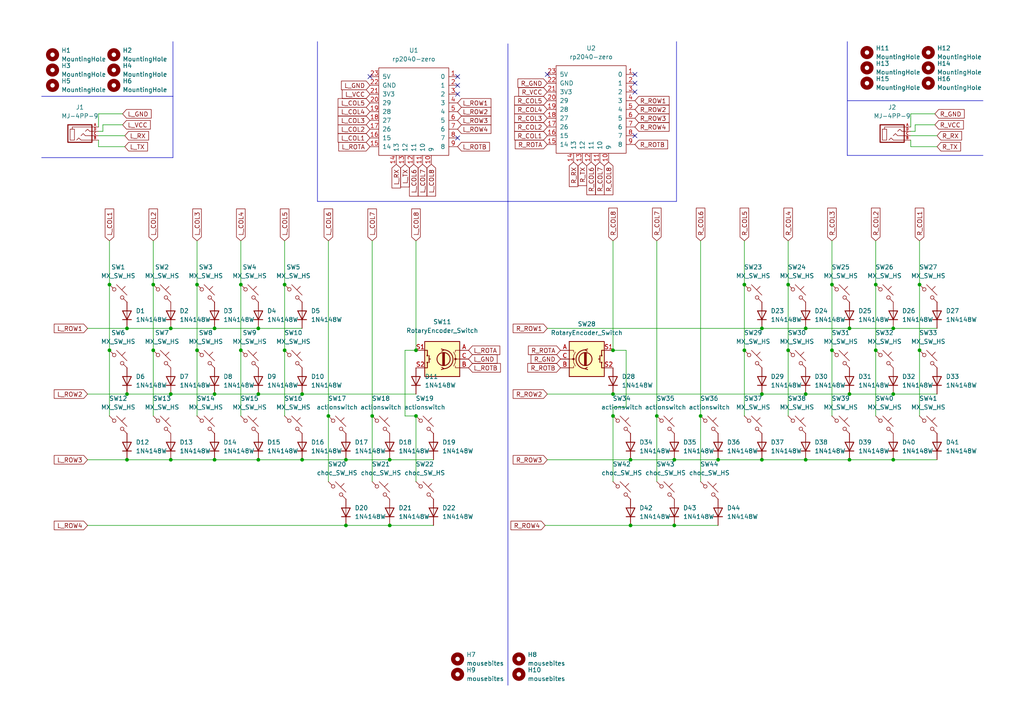
<source format=kicad_sch>
(kicad_sch (version 20230121) (generator eeschema)
  (paper "A4")
  (lib_symbols
    (symbol "Device:RotaryEncoder_Switch" (pin_names (offset 0.254) hide)
      (property "Reference" "SW" (at 0 6.604 0))
      (property "Value" "RotaryEncoder_Switch" (at 0 -6.604 0))
      (symbol "RotaryEncoder_Switch_1_1"
        (pin passive line (at -7.62 2.54 0) (length 2.54) (name "A") (number "A"))
        (pin passive line (at -7.62 -2.54 0) (length 2.54) (name "B") (number "B"))
        (pin passive line (at -7.62 0 0) (length 2.54) (name "C") (number "C"))
        (pin passive line (at 7.62 2.54 180) (length 2.54) (name "S1") (number "S1"))
        (pin passive line (at 7.62 -2.54 180) (length 2.54) (name "S2") (number "S2"))
      )
    )
    (symbol "Diode:1N4148W" (pin_numbers hide) (pin_names (offset 1.016) hide)
      (property "Reference" "D" (at 0 2.54 0))
      (property "Value" "1N4148W" (at 0 -2.54 0))
      (symbol "1N4148W_1_1"
        (pin passive line (at -3.81 0 0) (length 2.54) (name "K") (number "1"))
        (pin passive line (at 3.81 0 180) (length 2.54) (name "A") (number "2"))
      )
    )
    (symbol "Mechanical:MountingHole" (pin_names (offset 1.016))
      (property "Reference" "H" (at 0 5.08 0))
      (property "Value" "MountingHole" (at 0 3.175 0))
    )
    (symbol "sepp:MJ-4PP-9" (pin_names (offset 1.016))
      (property "Reference" "J" (at 0 3.81 0))
      (property "Value" "MJ-4PP-9" (at 0 -3.81 0))
      (symbol "MJ-4PP-9_1_1"
        (pin input line (at 5.08 1.905 180) (length 2.0066) (name "~") (number "A"))
        (pin input line (at 5.08 -1.905 180) (length 2.0066) (name "~") (number "B"))
        (pin input line (at 5.08 -0.635 180) (length 2.0066) (name "~") (number "C"))
        (pin input line (at 5.08 0.635 180) (length 2.0066) (name "~") (number "D"))
      )
    )
    (symbol "sepp:MX_SW_HS" (pin_numbers hide) (pin_names (offset 1.016) hide)
      (property "Reference" "SW" (at 3.048 1.016 0))
      (property "Value" "MX_SW_HS" (at 0 -3.81 0))
      (symbol "MX_SW_HS_0_1"
        (pin passive line (at -2.54 2.54 0) (length 0) (name "1") (number "1"))
        (pin passive line (at 2.54 -2.54 180) (length 0) (name "2") (number "2"))
      )
    )
    (symbol "sepp:actionswitch" (pin_numbers hide) (pin_names (offset 1.016) hide)
      (property "Reference" "SW" (at 3.048 1.016 0))
      (property "Value" "actionswitch" (at 0 -3.81 0))
      (symbol "actionswitch_0_1"
        (pin passive line (at -2.54 2.54 0) (length 0) (name "1") (number "1"))
        (pin passive line (at 2.54 -2.54 180) (length 0) (name "2") (number "2"))
      )
    )
    (symbol "sepp:choc_SW_HS" (pin_numbers hide) (pin_names (offset 1.016) hide)
      (property "Reference" "SW" (at 3.048 1.016 0))
      (property "Value" "choc_SW_HS" (at 0 -3.81 0))
      (symbol "choc_SW_HS_0_1"
        (pin passive line (at -2.54 2.54 0) (length 0) (name "1") (number "1"))
        (pin passive line (at 2.54 -2.54 180) (length 0) (name "2") (number "2"))
      )
    )
    (symbol "sepp:mousebites" (pin_names (offset 1.016))
      (property "Reference" "H" (at 0 5.08 0))
      (property "Value" "mousebites" (at 0 3.175 0))
    )
    (symbol "sepp:rp2040-zero" (pin_names (offset 1.016))
      (property "Reference" "U" (at 0 15.24 0))
      (property "Value" "rp2040-zero" (at 0 12.7 0))
      (symbol "rp2040-zero_1_1"
        (pin bidirectional line (at 12.7 8.89 180) (length 2.54) (name "0") (number "1"))
        (pin bidirectional line (at 5.08 -16.51 90) (length 2.54) (name "9") (number "10"))
        (pin bidirectional line (at 2.54 -16.51 90) (length 2.54) (name "10") (number "11"))
        (pin bidirectional line (at 0 -16.51 90) (length 2.54) (name "11") (number "12"))
        (pin bidirectional line (at -2.54 -16.51 90) (length 2.54) (name "12") (number "13"))
        (pin bidirectional line (at -5.08 -16.51 90) (length 2.54) (name "13") (number "14"))
        (pin bidirectional line (at -12.7 -11.43 0) (length 2.54) (name "14") (number "15"))
        (pin bidirectional line (at -12.7 -8.89 0) (length 2.54) (name "15") (number "16"))
        (pin bidirectional line (at -12.7 -6.35 0) (length 2.54) (name "26") (number "17"))
        (pin bidirectional line (at -12.7 -3.81 0) (length 2.54) (name "27") (number "18"))
        (pin bidirectional line (at -12.7 -1.27 0) (length 2.54) (name "28") (number "19"))
        (pin bidirectional line (at 12.7 6.35 180) (length 2.54) (name "1") (number "2"))
        (pin bidirectional line (at -12.7 1.27 0) (length 2.54) (name "29") (number "20"))
        (pin power_out line (at -12.7 3.81 0) (length 2.54) (name "3V3") (number "21"))
        (pin power_out line (at -12.7 6.35 0) (length 2.54) (name "GND") (number "22"))
        (pin power_out line (at -12.7 8.89 0) (length 2.54) (name "5V") (number "23"))
        (pin bidirectional line (at 12.7 3.81 180) (length 2.54) (name "2") (number "3"))
        (pin bidirectional line (at 12.7 1.27 180) (length 2.54) (name "3") (number "4"))
        (pin bidirectional line (at 12.7 -1.27 180) (length 2.54) (name "4") (number "5"))
        (pin bidirectional line (at 12.7 -3.81 180) (length 2.54) (name "5") (number "6"))
        (pin bidirectional line (at 12.7 -6.35 180) (length 2.54) (name "6") (number "7"))
        (pin bidirectional line (at 12.7 -8.89 180) (length 2.54) (name "7") (number "8"))
        (pin bidirectional line (at 12.7 -11.43 180) (length 2.54) (name "8") (number "9"))
      )
    )
  )
  (junction (at 228.6 82.55))
  (junction (at 69.85 82.55))
  (junction (at 44.45 82.55))
  (junction (at 62.23 114.3))
  (junction (at 190.5 120.65))
  (junction (at 44.45 101.6))
  (junction (at 49.53 133.35))
  (junction (at 182.88 152.4))
  (junction (at 113.03 133.35))
  (junction (at 246.38 114.3))
  (junction (at 177.8 114.3))
  (junction (at 120.65 120.65))
  (junction (at 246.38 95.25))
  (junction (at 95.25 120.65))
  (junction (at 82.55 82.55))
  (junction (at 49.53 114.3))
  (junction (at 259.08 114.3))
  (junction (at 31.75 82.55))
  (junction (at 182.88 133.35))
  (junction (at 203.2 120.65))
  (junction (at 62.23 95.25))
  (junction (at 36.83 95.25))
  (junction (at 233.68 114.3))
  (junction (at 74.93 133.35))
  (junction (at 195.58 133.35))
  (junction (at 259.08 95.25))
  (junction (at 113.03 152.4))
  (junction (at 62.23 133.35))
  (junction (at 31.75 101.6))
  (junction (at 254 101.6))
  (junction (at 233.68 133.35))
  (junction (at 220.98 114.3))
  (junction (at 228.6 101.6))
  (junction (at 100.33 152.4))
  (junction (at 69.85 101.6))
  (junction (at 100.33 133.35))
  (junction (at 74.93 95.25))
  (junction (at 177.8 101.6))
  (junction (at 208.28 133.35))
  (junction (at 220.98 133.35))
  (junction (at 120.65 101.6))
  (junction (at 87.63 133.35))
  (junction (at 87.63 114.3))
  (junction (at 259.08 133.35))
  (junction (at 57.15 82.55))
  (junction (at 49.53 95.25))
  (junction (at 233.68 95.25))
  (junction (at 215.9 101.6))
  (junction (at 220.98 95.25))
  (junction (at 74.93 114.3))
  (junction (at 215.9 82.55))
  (junction (at 246.38 133.35))
  (junction (at 36.83 114.3))
  (junction (at 241.3 82.55))
  (junction (at 241.3 101.6))
  (junction (at 57.15 101.6))
  (junction (at 36.83 133.35))
  (junction (at 266.7 82.55))
  (junction (at 107.95 120.65))
  (junction (at 254 82.55))
  (junction (at 266.7 101.6))
  (junction (at 195.58 152.4))
  (junction (at 82.55 101.6))
  (junction (at 177.8 120.65))
  (no_connect (at 184.15 26.67))
  (no_connect (at 107.315 22.225))
  (no_connect (at 184.15 24.13))
  (no_connect (at 184.15 21.59))
  (no_connect (at 184.15 39.37))
  (no_connect (at 158.75 21.59))
  (no_connect (at 132.715 40.005))
  (no_connect (at 132.715 24.765))
  (no_connect (at 132.715 27.305))
  (no_connect (at 132.715 22.225))
  (wire (pts (xy 107.95 120.65) (xy 107.95 139.7)))
  (wire (pts (xy 271.145 36.195) (xy 265.43 36.195)))
  (polyline (pts (xy 12.065 45.72) (xy 50.165 45.72)))
  (wire (pts (xy 28.575 39.37) (xy 36.195 39.37)))
  (wire (pts (xy 246.38 95.25) (xy 259.08 95.25)))
  (wire (pts (xy 266.7 82.55) (xy 266.7 101.6)))
  (wire (pts (xy 158.75 114.3) (xy 177.8 114.3)))
  (wire (pts (xy 266.7 101.6) (xy 266.7 120.65)))
  (polyline (pts (xy 92.075 58.42) (xy 147.32 58.42)))
  (wire (pts (xy 158.115 152.4) (xy 182.88 152.4)))
  (wire (pts (xy 246.38 133.35) (xy 259.08 133.35)))
  (wire (pts (xy 82.55 101.6) (xy 82.55 120.65)))
  (wire (pts (xy 265.43 38.1) (xy 264.16 38.1)))
  (wire (pts (xy 182.88 152.4) (xy 195.58 152.4)))
  (wire (pts (xy 264.16 33.02) (xy 264.16 36.83)))
  (wire (pts (xy 158.75 133.35) (xy 182.88 133.35)))
  (wire (pts (xy 241.3 82.55) (xy 241.3 101.6)))
  (wire (pts (xy 120.65 120.65) (xy 120.65 139.7)))
  (wire (pts (xy 233.68 114.3) (xy 246.38 114.3)))
  (wire (pts (xy 29.845 36.195) (xy 29.845 38.1)))
  (wire (pts (xy 241.3 101.6) (xy 241.3 120.65)))
  (wire (pts (xy 228.6 82.55) (xy 228.6 101.6)))
  (wire (pts (xy 74.93 133.35) (xy 87.63 133.35)))
  (wire (pts (xy 49.53 133.35) (xy 62.23 133.35)))
  (polyline (pts (xy 147.32 12.7) (xy 147.32 198.755)))
  (wire (pts (xy 74.93 114.3) (xy 87.63 114.3)))
  (wire (pts (xy 113.03 152.4) (xy 125.73 152.4)))
  (polyline (pts (xy 245.745 29.21) (xy 285.115 29.21)))
  (wire (pts (xy 36.83 95.25) (xy 49.53 95.25)))
  (wire (pts (xy 62.23 95.25) (xy 74.93 95.25)))
  (wire (pts (xy 29.845 38.1) (xy 28.575 38.1)))
  (wire (pts (xy 69.85 69.85) (xy 69.85 82.55)))
  (wire (pts (xy 44.45 69.85) (xy 44.45 82.55)))
  (wire (pts (xy 120.65 69.85) (xy 120.65 101.6)))
  (wire (pts (xy 35.56 36.195) (xy 29.845 36.195)))
  (polyline (pts (xy 12.065 27.94) (xy 50.165 27.94)))
  (wire (pts (xy 215.9 101.6) (xy 215.9 120.65)))
  (wire (pts (xy 49.53 114.3) (xy 62.23 114.3)))
  (wire (pts (xy 35.56 33.02) (xy 28.575 33.02)))
  (wire (pts (xy 107.95 69.85) (xy 107.95 120.65)))
  (wire (pts (xy 113.03 133.35) (xy 125.73 133.35)))
  (wire (pts (xy 181.61 118.11) (xy 177.8 118.11)))
  (wire (pts (xy 177.8 101.6) (xy 181.61 101.6)))
  (wire (pts (xy 117.475 101.6) (xy 117.475 120.65)))
  (wire (pts (xy 36.83 133.35) (xy 49.53 133.35)))
  (wire (pts (xy 195.58 133.35) (xy 208.28 133.35)))
  (wire (pts (xy 233.68 133.35) (xy 246.38 133.35)))
  (wire (pts (xy 215.9 69.85) (xy 215.9 82.55)))
  (wire (pts (xy 28.575 33.02) (xy 28.575 36.83)))
  (wire (pts (xy 117.475 120.65) (xy 120.65 120.65)))
  (wire (pts (xy 25.4 152.4) (xy 100.33 152.4)))
  (polyline (pts (xy 50.165 27.94) (xy 50.165 45.72)))
  (wire (pts (xy 266.7 69.85) (xy 266.7 82.55)))
  (wire (pts (xy 182.88 133.35) (xy 195.58 133.35)))
  (wire (pts (xy 259.08 133.35) (xy 271.78 133.35)))
  (wire (pts (xy 190.5 120.65) (xy 190.5 139.7)))
  (wire (pts (xy 254 101.6) (xy 254 120.65)))
  (wire (pts (xy 57.15 82.55) (xy 57.15 101.6)))
  (wire (pts (xy 28.575 40.64) (xy 28.575 42.545)))
  (wire (pts (xy 177.8 114.3) (xy 220.98 114.3)))
  (wire (pts (xy 220.98 95.25) (xy 233.68 95.25)))
  (polyline (pts (xy 50.165 12.065) (xy 50.165 27.94)))
  (wire (pts (xy 190.5 69.85) (xy 190.5 120.65)))
  (wire (pts (xy 195.58 152.4) (xy 208.28 152.4)))
  (wire (pts (xy 69.85 82.55) (xy 69.85 101.6)))
  (wire (pts (xy 82.55 69.85) (xy 82.55 82.55)))
  (wire (pts (xy 203.2 120.65) (xy 203.2 139.7)))
  (wire (pts (xy 25.4 114.3) (xy 36.83 114.3)))
  (wire (pts (xy 220.98 114.3) (xy 233.68 114.3)))
  (wire (pts (xy 259.08 114.3) (xy 271.78 114.3)))
  (polyline (pts (xy 245.745 29.21) (xy 245.745 45.085)))
  (wire (pts (xy 44.45 101.6) (xy 44.45 120.65)))
  (wire (pts (xy 28.575 42.545) (xy 36.195 42.545)))
  (wire (pts (xy 57.15 101.6) (xy 57.15 120.65)))
  (wire (pts (xy 271.145 33.02) (xy 264.16 33.02)))
  (wire (pts (xy 177.8 120.65) (xy 177.8 139.7)))
  (wire (pts (xy 74.93 95.25) (xy 87.63 95.25)))
  (wire (pts (xy 177.8 69.85) (xy 177.8 101.6)))
  (wire (pts (xy 233.68 95.25) (xy 246.38 95.25)))
  (wire (pts (xy 228.6 101.6) (xy 228.6 120.65)))
  (wire (pts (xy 100.33 133.35) (xy 113.03 133.35)))
  (wire (pts (xy 120.65 101.6) (xy 117.475 101.6)))
  (wire (pts (xy 25.4 133.35) (xy 36.83 133.35)))
  (wire (pts (xy 25.4 95.25) (xy 36.83 95.25)))
  (wire (pts (xy 57.15 69.85) (xy 57.15 82.55)))
  (wire (pts (xy 241.3 69.85) (xy 241.3 82.55)))
  (wire (pts (xy 31.75 101.6) (xy 31.75 120.65)))
  (wire (pts (xy 264.16 40.64) (xy 264.16 42.545)))
  (wire (pts (xy 259.08 95.25) (xy 271.78 95.25)))
  (wire (pts (xy 87.63 114.3) (xy 120.65 114.3)))
  (wire (pts (xy 95.25 69.85) (xy 95.25 120.65)))
  (wire (pts (xy 228.6 69.85) (xy 228.6 82.55)))
  (wire (pts (xy 100.33 152.4) (xy 113.03 152.4)))
  (polyline (pts (xy 147.32 58.42) (xy 196.215 58.42)))
  (wire (pts (xy 246.38 114.3) (xy 259.08 114.3)))
  (polyline (pts (xy 196.215 12.065) (xy 196.215 58.42)))
  (wire (pts (xy 265.43 36.195) (xy 265.43 38.1)))
  (wire (pts (xy 87.63 133.35) (xy 100.33 133.35)))
  (wire (pts (xy 215.9 82.55) (xy 215.9 101.6)))
  (wire (pts (xy 177.8 118.11) (xy 177.8 120.65)))
  (wire (pts (xy 69.85 101.6) (xy 69.85 120.65)))
  (wire (pts (xy 49.53 95.25) (xy 62.23 95.25)))
  (wire (pts (xy 62.23 133.35) (xy 74.93 133.35)))
  (wire (pts (xy 203.2 69.85) (xy 203.2 120.65)))
  (wire (pts (xy 208.28 133.35) (xy 220.98 133.35)))
  (wire (pts (xy 181.61 101.6) (xy 181.61 118.11)))
  (wire (pts (xy 82.55 82.55) (xy 82.55 101.6)))
  (polyline (pts (xy 245.745 12.065) (xy 245.745 29.21)))
  (wire (pts (xy 158.75 95.25) (xy 220.98 95.25)))
  (wire (pts (xy 31.75 82.55) (xy 31.75 101.6)))
  (wire (pts (xy 254 82.55) (xy 254 101.6)))
  (wire (pts (xy 264.16 42.545) (xy 271.78 42.545)))
  (wire (pts (xy 36.83 114.3) (xy 49.53 114.3)))
  (wire (pts (xy 264.16 39.37) (xy 271.78 39.37)))
  (wire (pts (xy 62.23 114.3) (xy 74.93 114.3)))
  (polyline (pts (xy 245.745 45.085) (xy 285.115 45.085)))
  (wire (pts (xy 95.25 120.65) (xy 95.25 139.7)))
  (wire (pts (xy 254 69.85) (xy 254 82.55)))
  (polyline (pts (xy 92.075 12.065) (xy 92.075 58.42)))
  (wire (pts (xy 44.45 82.55) (xy 44.45 101.6)))
  (wire (pts (xy 220.98 133.35) (xy 233.68 133.35)))
  (wire (pts (xy 31.75 69.85) (xy 31.75 82.55)))
  (global_label "L_COL6" (shape input) (at 120.015 47.625 270) (property "Intersheetrefs" "${INTERSHEET_REFS}" (effects hide)))
  (global_label "R_ROTB" (shape input) (at 184.15 41.91 0) (property "Intersheetrefs" "${INTERSHEET_REFS}" (effects hide)))
  (global_label "R_VCC" (shape input) (at 158.75 26.67 180) (property "Intersheetrefs" "${INTERSHEET_REFS}" (effects hide)))
  (global_label "L_GND" (shape input) (at 135.89 104.14 0) (property "Intersheetrefs" "${INTERSHEET_REFS}" (effects hide)))
  (global_label "R_COL4" (shape input) (at 158.75 31.75 180) (property "Intersheetrefs" "${INTERSHEET_REFS}" (effects hide)))
  (global_label "L_VCC" (shape input) (at 107.315 27.305 180) (property "Intersheetrefs" "${INTERSHEET_REFS}" (effects hide)))
  (global_label "L_ROTB" (shape input) (at 132.715 42.545 0) (property "Intersheetrefs" "${INTERSHEET_REFS}" (effects hide)))
  (global_label "L_VCC" (shape input) (at 35.56 36.195 0) (property "Intersheetrefs" "${INTERSHEET_REFS}" (effects hide)))
  (global_label "L_COL4" (shape input) (at 69.85 69.85 90) (property "Intersheetrefs" "${INTERSHEET_REFS}" (effects hide)))
  (global_label "L_COL7" (shape input) (at 107.95 69.85 90) (property "Intersheetrefs" "${INTERSHEET_REFS}" (effects hide)))
  (global_label "L_TX" (shape input) (at 36.195 42.545 0) (property "Intersheetrefs" "${INTERSHEET_REFS}" (effects hide)))
  (global_label "R_COL4" (shape input) (at 228.6 69.85 90) (property "Intersheetrefs" "${INTERSHEET_REFS}" (effects hide)))
  (global_label "L_ROW1" (shape input) (at 132.715 29.845 0) (property "Intersheetrefs" "${INTERSHEET_REFS}" (effects hide)))
  (global_label "R_COL5" (shape input) (at 158.75 29.21 180) (property "Intersheetrefs" "${INTERSHEET_REFS}" (effects hide)))
  (global_label "R_COL3" (shape input) (at 158.75 34.29 180) (property "Intersheetrefs" "${INTERSHEET_REFS}" (effects hide)))
  (global_label "R_COL8" (shape input) (at 177.8 69.85 90) (property "Intersheetrefs" "${INTERSHEET_REFS}" (effects hide)))
  (global_label "R_COL3" (shape input) (at 241.3 69.85 90) (property "Intersheetrefs" "${INTERSHEET_REFS}" (effects hide)))
  (global_label "R_ROW1" (shape input) (at 158.75 95.25 180) (property "Intersheetrefs" "${INTERSHEET_REFS}" (effects hide)))
  (global_label "L_ROW4" (shape input) (at 25.4 152.4 180) (property "Intersheetrefs" "${INTERSHEET_REFS}" (effects hide)))
  (global_label "L_ROW3" (shape input) (at 25.4 133.35 180) (property "Intersheetrefs" "${INTERSHEET_REFS}" (effects hide)))
  (global_label "L_COL8" (shape input) (at 120.65 69.85 90) (property "Intersheetrefs" "${INTERSHEET_REFS}" (effects hide)))
  (global_label "L_COL2" (shape input) (at 44.45 69.85 90) (property "Intersheetrefs" "${INTERSHEET_REFS}" (effects hide)))
  (global_label "L_ROW2" (shape input) (at 25.4 114.3 180) (property "Intersheetrefs" "${INTERSHEET_REFS}" (effects hide)))
  (global_label "L_TX" (shape input) (at 117.475 47.625 270) (property "Intersheetrefs" "${INTERSHEET_REFS}" (effects hide)))
  (global_label "L_COL3" (shape input) (at 107.315 34.925 180) (property "Intersheetrefs" "${INTERSHEET_REFS}" (effects hide)))
  (global_label "L_COL2" (shape input) (at 107.315 37.465 180) (property "Intersheetrefs" "${INTERSHEET_REFS}" (effects hide)))
  (global_label "L_COL1" (shape input) (at 31.75 69.85 90) (property "Intersheetrefs" "${INTERSHEET_REFS}" (effects hide)))
  (global_label "L_COL8" (shape input) (at 125.095 47.625 270) (property "Intersheetrefs" "${INTERSHEET_REFS}" (effects hide)))
  (global_label "L_ROW1" (shape input) (at 25.4 95.25 180) (property "Intersheetrefs" "${INTERSHEET_REFS}" (effects hide)))
  (global_label "L_ROTA" (shape input) (at 135.89 101.6 0) (property "Intersheetrefs" "${INTERSHEET_REFS}" (effects hide)))
  (global_label "R_COL7" (shape input) (at 190.5 69.85 90) (property "Intersheetrefs" "${INTERSHEET_REFS}" (effects hide)))
  (global_label "L_RX" (shape input) (at 36.195 39.37 0) (property "Intersheetrefs" "${INTERSHEET_REFS}" (effects hide)))
  (global_label "R_COL2" (shape input) (at 254 69.85 90) (property "Intersheetrefs" "${INTERSHEET_REFS}" (effects hide)))
  (global_label "R_ROW2" (shape input) (at 184.15 31.75 0) (property "Intersheetrefs" "${INTERSHEET_REFS}" (effects hide)))
  (global_label "L_ROTB" (shape input) (at 135.89 106.68 0) (property "Intersheetrefs" "${INTERSHEET_REFS}" (effects hide)))
  (global_label "R_COL7" (shape input) (at 173.99 46.99 270) (property "Intersheetrefs" "${INTERSHEET_REFS}" (effects hide)))
  (global_label "R_COL5" (shape input) (at 215.9 69.85 90) (property "Intersheetrefs" "${INTERSHEET_REFS}" (effects hide)))
  (global_label "L_GND" (shape input) (at 107.315 24.765 180) (property "Intersheetrefs" "${INTERSHEET_REFS}" (effects hide)))
  (global_label "L_ROW3" (shape input) (at 132.715 34.925 0) (property "Intersheetrefs" "${INTERSHEET_REFS}" (effects hide)))
  (global_label "R_ROW3" (shape input) (at 184.15 34.29 0) (property "Intersheetrefs" "${INTERSHEET_REFS}" (effects hide)))
  (global_label "R_RX" (shape input) (at 166.37 46.99 270) (property "Intersheetrefs" "${INTERSHEET_REFS}" (effects hide)))
  (global_label "R_ROW2" (shape input) (at 158.75 114.3 180) (property "Intersheetrefs" "${INTERSHEET_REFS}" (effects hide)))
  (global_label "R_TX" (shape input) (at 271.78 42.545 0) (property "Intersheetrefs" "${INTERSHEET_REFS}" (effects hide)))
  (global_label "R_GND" (shape input) (at 158.75 24.13 180) (property "Intersheetrefs" "${INTERSHEET_REFS}" (effects hide)))
  (global_label "R_ROW4" (shape input) (at 158.115 152.4 180) (property "Intersheetrefs" "${INTERSHEET_REFS}" (effects hide)))
  (global_label "R_COL2" (shape input) (at 158.75 36.83 180) (property "Intersheetrefs" "${INTERSHEET_REFS}" (effects hide)))
  (global_label "L_COL6" (shape input) (at 95.25 69.85 90) (property "Intersheetrefs" "${INTERSHEET_REFS}" (effects hide)))
  (global_label "R_ROTA" (shape input) (at 162.56 101.6 180) (property "Intersheetrefs" "${INTERSHEET_REFS}" (effects hide)))
  (global_label "R_TX" (shape input) (at 168.91 46.99 270) (property "Intersheetrefs" "${INTERSHEET_REFS}" (effects hide)))
  (global_label "L_COL3" (shape input) (at 57.15 69.85 90) (property "Intersheetrefs" "${INTERSHEET_REFS}" (effects hide)))
  (global_label "R_ROTB" (shape input) (at 162.56 106.68 180) (property "Intersheetrefs" "${INTERSHEET_REFS}" (effects hide)))
  (global_label "L_GND" (shape input) (at 35.56 33.02 0) (property "Intersheetrefs" "${INTERSHEET_REFS}" (effects hide)))
  (global_label "R_GND" (shape input) (at 271.145 33.02 0) (property "Intersheetrefs" "${INTERSHEET_REFS}" (effects hide)))
  (global_label "L_ROW2" (shape input) (at 132.715 32.385 0) (property "Intersheetrefs" "${INTERSHEET_REFS}" (effects hide)))
  (global_label "R_ROW3" (shape input) (at 158.75 133.35 180) (property "Intersheetrefs" "${INTERSHEET_REFS}" (effects hide)))
  (global_label "R_ROW4" (shape input) (at 184.15 36.83 0) (property "Intersheetrefs" "${INTERSHEET_REFS}" (effects hide)))
  (global_label "R_COL1" (shape input) (at 158.75 39.37 180) (property "Intersheetrefs" "${INTERSHEET_REFS}" (effects hide)))
  (global_label "L_COL7" (shape input) (at 122.555 47.625 270) (property "Intersheetrefs" "${INTERSHEET_REFS}" (effects hide)))
  (global_label "L_ROW4" (shape input) (at 132.715 37.465 0) (property "Intersheetrefs" "${INTERSHEET_REFS}" (effects hide)))
  (global_label "R_RX" (shape input) (at 271.78 39.37 0) (property "Intersheetrefs" "${INTERSHEET_REFS}" (effects hide)))
  (global_label "R_GND" (shape input) (at 162.56 104.14 180) (property "Intersheetrefs" "${INTERSHEET_REFS}" (effects hide)))
  (global_label "R_COL6" (shape input) (at 203.2 69.85 90) (property "Intersheetrefs" "${INTERSHEET_REFS}" (effects hide)))
  (global_label "L_COL5" (shape input) (at 82.55 69.85 90) (property "Intersheetrefs" "${INTERSHEET_REFS}" (effects hide)))
  (global_label "L_COL5" (shape input) (at 107.315 29.845 180) (property "Intersheetrefs" "${INTERSHEET_REFS}" (effects hide)))
  (global_label "R_ROW1" (shape input) (at 184.15 29.21 0) (property "Intersheetrefs" "${INTERSHEET_REFS}" (effects hide)))
  (global_label "L_RX" (shape input) (at 114.935 47.625 270) (property "Intersheetrefs" "${INTERSHEET_REFS}" (effects hide)))
  (global_label "R_COL6" (shape input) (at 171.45 46.99 270) (property "Intersheetrefs" "${INTERSHEET_REFS}" (effects hide)))
  (global_label "R_COL8" (shape input) (at 176.53 46.99 270) (property "Intersheetrefs" "${INTERSHEET_REFS}" (effects hide)))
  (global_label "L_COL1" (shape input) (at 107.315 40.005 180) (property "Intersheetrefs" "${INTERSHEET_REFS}" (effects hide)))
  (global_label "L_ROTA" (shape input) (at 107.315 42.545 180) (property "Intersheetrefs" "${INTERSHEET_REFS}" (effects hide)))
  (global_label "R_VCC" (shape input) (at 271.145 36.195 0) (property "Intersheetrefs" "${INTERSHEET_REFS}" (effects hide)))
  (global_label "L_COL4" (shape input) (at 107.315 32.385 180) (property "Intersheetrefs" "${INTERSHEET_REFS}" (effects hide)))
  (global_label "R_ROTA" (shape input) (at 158.75 41.91 180) (property "Intersheetrefs" "${INTERSHEET_REFS}" (effects hide)))
  (global_label "R_COL1" (shape input) (at 266.7 69.85 90) (property "Intersheetrefs" "${INTERSHEET_REFS}" (effects hide)))
  (symbol (lib_id "Diode:1N4148W") (at 87.63 110.49 90) (unit 1)
    (property "Reference" "D10" (at 90.17 109.2199 90) (effects (justify right)))
    (property "Value" "1N4148W" (at 90.17 111.7599 90) (effects (justify right)))
    (property "Footprint" "sepp:D_SOD-123" (effects hide))
    (property "Datasheet" "https://www.vishay.com/docs/85748/1n4148w.pdf" (effects hide))
  )
  (symbol (lib_id "sepp:rp2040-zero") (at 120.015 31.115 0) (unit 1)
    (property "Reference" "U1" (at 120.015 14.605 0))
    (property "Value" "rp2040-zero" (at 120.015 17.145 0))
    (property "Footprint" "sepp:rp2040-zero-tht" (effects hide))
  )
  (symbol (lib_id "sepp:MX_SW_HS") (at 46.99 123.19 0) (unit 1)
    (property "Reference" "SW13" (at 46.99 115.57 0))
    (property "Value" "MX_SW_HS" (at 46.99 118.11 0))
    (property "Footprint" "sepp:SW_MX_HS_1u" (effects hide))
  )
  (symbol (lib_id "Diode:1N4148W") (at 49.53 91.44 90) (unit 1)
    (property "Reference" "D2" (at 52.07 90.1699 90) (effects (justify right)))
    (property "Value" "1N4148W" (at 52.07 92.7099 90) (effects (justify right)))
    (property "Footprint" "sepp:D_SOD-123" (effects hide))
    (property "Datasheet" "https://www.vishay.com/docs/85748/1n4148w.pdf" (effects hide))
  )
  (symbol (lib_id "sepp:MX_SW_HS") (at 256.54 123.19 0) (unit 1)
    (property "Reference" "SW40" (at 256.54 115.57 0))
    (property "Value" "MX_SW_HS" (at 256.54 118.11 0))
    (property "Footprint" "sepp:SW_MX_HS_1u" (effects hide))
  )
  (symbol (lib_id "Device:RotaryEncoder_Switch") (at 128.27 104.14 0) (mirror y) (unit 1)
    (property "Reference" "SW11" (at 128.27 93.345 0))
    (property "Value" "RotaryEncoder_Switch" (at 128.27 95.885 0))
    (property "Footprint" "sepp:RotaryEncoder_EC11" (effects hide))
  )
  (symbol (lib_id "sepp:choc_SW_HS") (at 110.49 142.24 0) (unit 1)
    (property "Reference" "SW21" (at 110.49 134.62 0))
    (property "Value" "choc_SW_HS" (at 110.49 137.16 0))
    (property "Footprint" "sepp:SW_choc_HS_1u" (effects hide))
  )
  (symbol (lib_id "Diode:1N4148W") (at 36.83 129.54 90) (unit 1)
    (property "Reference" "D12" (at 39.37 128.2699 90) (effects (justify right)))
    (property "Value" "1N4148W" (at 39.37 130.8099 90) (effects (justify right)))
    (property "Footprint" "sepp:D_SOD-123" (effects hide))
    (property "Datasheet" "https://www.vishay.com/docs/85748/1n4148w.pdf" (effects hide))
  )
  (symbol (lib_id "Diode:1N4148W") (at 87.63 129.54 90) (unit 1)
    (property "Reference" "D16" (at 90.17 128.2699 90) (effects (justify right)))
    (property "Value" "1N4148W" (at 90.17 130.8099 90) (effects (justify right)))
    (property "Footprint" "sepp:D_SOD-123" (effects hide))
    (property "Datasheet" "https://www.vishay.com/docs/85748/1n4148w.pdf" (effects hide))
  )
  (symbol (lib_id "Mechanical:MountingHole") (at 15.24 15.875 0) (unit 1)
    (property "Reference" "H1" (at 17.78 14.6049 0) (effects (justify left)))
    (property "Value" "MountingHole" (at 17.78 17.1449 0) (effects (justify left)))
    (property "Footprint" "MountingHole:MountingHole_2.2mm_M2" (effects hide))
  )
  (symbol (lib_id "Diode:1N4148W") (at 113.03 148.59 90) (unit 1)
    (property "Reference" "D21" (at 115.57 147.3199 90) (effects (justify right)))
    (property "Value" "1N4148W" (at 115.57 149.8599 90) (effects (justify right)))
    (property "Footprint" "sepp:D_SOD-123" (effects hide))
    (property "Datasheet" "https://www.vishay.com/docs/85748/1n4148w.pdf" (effects hide))
  )
  (symbol (lib_id "Diode:1N4148W") (at 220.98 91.44 90) (unit 1)
    (property "Reference" "D23" (at 223.52 90.1699 90) (effects (justify right)))
    (property "Value" "1N4148W" (at 223.52 92.7099 90) (effects (justify right)))
    (property "Footprint" "sepp:D_SOD-123" (effects hide))
    (property "Datasheet" "https://www.vishay.com/docs/85748/1n4148w.pdf" (effects hide))
  )
  (symbol (lib_id "sepp:actionswitch") (at 110.49 123.19 0) (unit 1)
    (property "Reference" "SW18" (at 110.49 115.57 0))
    (property "Value" "actionswitch" (at 110.49 118.11 0))
    (property "Footprint" "sepp:actionswitch" (effects hide))
  )
  (symbol (lib_id "Diode:1N4148W") (at 195.58 129.54 90) (unit 1)
    (property "Reference" "D35" (at 198.12 128.2699 90) (effects (justify right)))
    (property "Value" "1N4148W" (at 198.12 130.8099 90) (effects (justify right)))
    (property "Footprint" "sepp:D_SOD-123" (effects hide))
    (property "Datasheet" "https://www.vishay.com/docs/85748/1n4148w.pdf" (effects hide))
  )
  (symbol (lib_id "Diode:1N4148W") (at 49.53 129.54 90) (unit 1)
    (property "Reference" "D13" (at 52.07 128.2699 90) (effects (justify right)))
    (property "Value" "1N4148W" (at 52.07 130.8099 90) (effects (justify right)))
    (property "Footprint" "sepp:D_SOD-123" (effects hide))
    (property "Datasheet" "https://www.vishay.com/docs/85748/1n4148w.pdf" (effects hide))
  )
  (symbol (lib_id "Diode:1N4148W") (at 182.88 148.59 90) (unit 1)
    (property "Reference" "D42" (at 185.42 147.3199 90) (effects (justify right)))
    (property "Value" "1N4148W" (at 185.42 149.8599 90) (effects (justify right)))
    (property "Footprint" "sepp:D_SOD-123" (effects hide))
    (property "Datasheet" "https://www.vishay.com/docs/85748/1n4148w.pdf" (effects hide))
  )
  (symbol (lib_id "Diode:1N4148W") (at 220.98 129.54 90) (unit 1)
    (property "Reference" "D37" (at 223.52 128.2699 90) (effects (justify right)))
    (property "Value" "1N4148W" (at 223.52 130.8099 90) (effects (justify right)))
    (property "Footprint" "sepp:D_SOD-123" (effects hide))
    (property "Datasheet" "https://www.vishay.com/docs/85748/1n4148w.pdf" (effects hide))
  )
  (symbol (lib_id "sepp:MX_SW_HS") (at 243.84 85.09 0) (unit 1)
    (property "Reference" "SW25" (at 243.84 77.47 0))
    (property "Value" "MX_SW_HS" (at 243.84 80.01 0))
    (property "Footprint" "sepp:SW_MX_HS_1u" (effects hide))
  )
  (symbol (lib_id "Diode:1N4148W") (at 259.08 91.44 90) (unit 1)
    (property "Reference" "D26" (at 261.62 90.1699 90) (effects (justify right)))
    (property "Value" "1N4148W" (at 261.62 92.7099 90) (effects (justify right)))
    (property "Footprint" "sepp:D_SOD-123" (effects hide))
    (property "Datasheet" "https://www.vishay.com/docs/85748/1n4148w.pdf" (effects hide))
  )
  (symbol (lib_id "sepp:MX_SW_HS") (at 231.14 85.09 0) (unit 1)
    (property "Reference" "SW24" (at 231.14 77.47 0))
    (property "Value" "MX_SW_HS" (at 231.14 80.01 0))
    (property "Footprint" "sepp:SW_MX_HS_1u" (effects hide))
  )
  (symbol (lib_id "Diode:1N4148W") (at 49.53 110.49 90) (unit 1)
    (property "Reference" "D7" (at 52.07 109.2199 90) (effects (justify right)))
    (property "Value" "1N4148W" (at 52.07 111.7599 90) (effects (justify right)))
    (property "Footprint" "sepp:D_SOD-123" (effects hide))
    (property "Datasheet" "https://www.vishay.com/docs/85748/1n4148w.pdf" (effects hide))
  )
  (symbol (lib_id "Diode:1N4148W") (at 62.23 110.49 90) (unit 1)
    (property "Reference" "D8" (at 64.77 109.2199 90) (effects (justify right)))
    (property "Value" "1N4148W" (at 64.77 111.7599 90) (effects (justify right)))
    (property "Footprint" "sepp:D_SOD-123" (effects hide))
    (property "Datasheet" "https://www.vishay.com/docs/85748/1n4148w.pdf" (effects hide))
  )
  (symbol (lib_id "Diode:1N4148W") (at 125.73 129.54 90) (unit 1)
    (property "Reference" "D19" (at 128.27 128.2699 90) (effects (justify right)))
    (property "Value" "1N4148W" (at 128.27 130.8099 90) (effects (justify right)))
    (property "Footprint" "sepp:D_SOD-123" (effects hide))
    (property "Datasheet" "https://www.vishay.com/docs/85748/1n4148w.pdf" (effects hide))
  )
  (symbol (lib_id "sepp:MX_SW_HS") (at 46.99 104.14 0) (unit 1)
    (property "Reference" "SW7" (at 46.99 96.52 0))
    (property "Value" "MX_SW_HS" (at 46.99 99.06 0))
    (property "Footprint" "sepp:SW_MX_HS_1u" (effects hide))
  )
  (symbol (lib_id "sepp:MX_SW_HS") (at 218.44 85.09 0) (unit 1)
    (property "Reference" "SW23" (at 218.44 77.47 0))
    (property "Value" "MX_SW_HS" (at 218.44 80.01 0))
    (property "Footprint" "sepp:SW_MX_HS_1u" (effects hide))
  )
  (symbol (lib_id "sepp:MX_SW_HS") (at 269.24 85.09 0) (unit 1)
    (property "Reference" "SW27" (at 269.24 77.47 0))
    (property "Value" "MX_SW_HS" (at 269.24 80.01 0))
    (property "Footprint" "sepp:SW_MX_HS_1u" (effects hide))
  )
  (symbol (lib_id "Diode:1N4148W") (at 208.28 148.59 90) (unit 1)
    (property "Reference" "D44" (at 210.82 147.3199 90) (effects (justify right)))
    (property "Value" "1N4148W" (at 210.82 149.8599 90) (effects (justify right)))
    (property "Footprint" "sepp:D_SOD-123" (effects hide))
    (property "Datasheet" "https://www.vishay.com/docs/85748/1n4148w.pdf" (effects hide))
  )
  (symbol (lib_id "sepp:choc_SW_HS") (at 180.34 142.24 0) (unit 1)
    (property "Reference" "SW42" (at 180.34 134.62 0))
    (property "Value" "choc_SW_HS" (at 180.34 137.16 0))
    (property "Footprint" "sepp:SW_choc_HS_1u" (effects hide))
  )
  (symbol (lib_id "sepp:MX_SW_HS") (at 34.29 123.19 0) (unit 1)
    (property "Reference" "SW12" (at 34.29 115.57 0))
    (property "Value" "MX_SW_HS" (at 34.29 118.11 0))
    (property "Footprint" "sepp:SW_MX_HS_1u" (effects hide))
  )
  (symbol (lib_id "sepp:MX_SW_HS") (at 72.39 104.14 0) (unit 1)
    (property "Reference" "SW9" (at 72.39 96.52 0))
    (property "Value" "MX_SW_HS" (at 72.39 99.06 0))
    (property "Footprint" "sepp:SW_MX_HS_1u" (effects hide))
  )
  (symbol (lib_id "sepp:actionswitch") (at 97.79 123.19 0) (unit 1)
    (property "Reference" "SW17" (at 97.79 115.57 0))
    (property "Value" "actionswitch" (at 97.79 118.11 0))
    (property "Footprint" "sepp:actionswitch" (effects hide))
  )
  (symbol (lib_id "sepp:MX_SW_HS") (at 85.09 123.19 0) (unit 1)
    (property "Reference" "SW16" (at 85.09 115.57 0))
    (property "Value" "MX_SW_HS" (at 85.09 118.11 0))
    (property "Footprint" "sepp:SW_MX_HS_1u" (effects hide))
  )
  (symbol (lib_id "Diode:1N4148W") (at 62.23 91.44 90) (unit 1)
    (property "Reference" "D3" (at 64.77 90.1699 90) (effects (justify right)))
    (property "Value" "1N4148W" (at 64.77 92.7099 90) (effects (justify right)))
    (property "Footprint" "sepp:D_SOD-123" (effects hide))
    (property "Datasheet" "https://www.vishay.com/docs/85748/1n4148w.pdf" (effects hide))
  )
  (symbol (lib_id "Diode:1N4148W") (at 120.65 110.49 90) (unit 1)
    (property "Reference" "D11" (at 123.19 109.2199 90) (effects (justify right)))
    (property "Value" "1N4148W" (at 123.19 111.7599 90) (effects (justify right)))
    (property "Footprint" "sepp:D_SOD-123" (effects hide))
    (property "Datasheet" "https://www.vishay.com/docs/85748/1n4148w.pdf" (effects hide))
  )
  (symbol (lib_id "Mechanical:MountingHole") (at 251.46 15.24 0) (unit 1)
    (property "Reference" "H11" (at 254 13.9699 0) (effects (justify left)))
    (property "Value" "MountingHole" (at 254 16.5099 0) (effects (justify left)))
    (property "Footprint" "MountingHole:MountingHole_2.2mm_M2" (effects hide))
  )
  (symbol (lib_id "Mechanical:MountingHole") (at 269.24 15.24 0) (unit 1)
    (property "Reference" "H12" (at 271.78 13.9699 0) (effects (justify left)))
    (property "Value" "MountingHole" (at 271.78 16.5099 0) (effects (justify left)))
    (property "Footprint" "MountingHole:MountingHole_2.2mm_M2" (effects hide))
  )
  (symbol (lib_id "sepp:MX_SW_HS") (at 218.44 123.19 0) (unit 1)
    (property "Reference" "SW37" (at 218.44 115.57 0))
    (property "Value" "MX_SW_HS" (at 218.44 118.11 0))
    (property "Footprint" "sepp:SW_MX_HS_1u" (effects hide))
  )
  (symbol (lib_id "sepp:mousebites") (at 132.715 195.58 0) (unit 1)
    (property "Reference" "H9" (at 135.255 194.3099 0) (effects (justify left)))
    (property "Value" "mousebites" (at 135.255 196.8499 0) (effects (justify left)))
    (property "Footprint" "sepp:breakaway-mousebites" (effects hide))
  )
  (symbol (lib_id "sepp:MX_SW_HS") (at 269.24 104.14 0) (unit 1)
    (property "Reference" "SW33" (at 269.24 96.52 0))
    (property "Value" "MX_SW_HS" (at 269.24 99.06 0))
    (property "Footprint" "sepp:SW_MX_HS_1u" (effects hide))
  )
  (symbol (lib_id "Diode:1N4148W") (at 36.83 91.44 90) (unit 1)
    (property "Reference" "D1" (at 39.37 90.1699 90) (effects (justify right)))
    (property "Value" "1N4148W" (at 39.37 92.7099 90) (effects (justify right)))
    (property "Footprint" "sepp:D_SOD-123" (effects hide))
    (property "Datasheet" "https://www.vishay.com/docs/85748/1n4148w.pdf" (effects hide))
  )
  (symbol (lib_id "sepp:mousebites") (at 150.495 191.135 0) (unit 1)
    (property "Reference" "H8" (at 153.035 189.8649 0) (effects (justify left)))
    (property "Value" "mousebites" (at 153.035 192.4049 0) (effects (justify left)))
    (property "Footprint" "sepp:breakaway-mousebites" (effects hide))
  )
  (symbol (lib_id "Diode:1N4148W") (at 177.8 110.49 90) (unit 1)
    (property "Reference" "D28" (at 180.34 109.2199 90) (effects (justify right)))
    (property "Value" "1N4148W" (at 180.34 111.7599 90) (effects (justify right)))
    (property "Footprint" "sepp:D_SOD-123" (effects hide))
    (property "Datasheet" "https://www.vishay.com/docs/85748/1n4148w.pdf" (effects hide))
  )
  (symbol (lib_id "sepp:MX_SW_HS") (at 269.24 123.19 0) (unit 1)
    (property "Reference" "SW41" (at 269.24 115.57 0))
    (property "Value" "MX_SW_HS" (at 269.24 118.11 0))
    (property "Footprint" "sepp:SW_MX_HS_1u" (effects hide))
  )
  (symbol (lib_id "Diode:1N4148W") (at 271.78 91.44 90) (unit 1)
    (property "Reference" "D27" (at 274.32 90.1699 90) (effects (justify right)))
    (property "Value" "1N4148W" (at 274.32 92.7099 90) (effects (justify right)))
    (property "Footprint" "sepp:D_SOD-123" (effects hide))
    (property "Datasheet" "https://www.vishay.com/docs/85748/1n4148w.pdf" (effects hide))
  )
  (symbol (lib_id "Mechanical:MountingHole") (at 251.46 24.13 0) (unit 1)
    (property "Reference" "H15" (at 254 22.8599 0) (effects (justify left)))
    (property "Value" "MountingHole" (at 254 25.3999 0) (effects (justify left)))
    (property "Footprint" "MountingHole:MountingHole_2.2mm_M2" (effects hide))
  )
  (symbol (lib_id "Diode:1N4148W") (at 36.83 110.49 90) (unit 1)
    (property "Reference" "D6" (at 39.37 109.2199 90) (effects (justify right)))
    (property "Value" "1N4148W" (at 39.37 111.7599 90) (effects (justify right)))
    (property "Footprint" "sepp:D_SOD-123" (effects hide))
    (property "Datasheet" "https://www.vishay.com/docs/85748/1n4148w.pdf" (effects hide))
  )
  (symbol (lib_id "sepp:MX_SW_HS") (at 243.84 123.19 0) (unit 1)
    (property "Reference" "SW39" (at 243.84 115.57 0))
    (property "Value" "MX_SW_HS" (at 243.84 118.11 0))
    (property "Footprint" "sepp:SW_MX_HS_1u" (effects hide))
  )
  (symbol (lib_id "Mechanical:MountingHole") (at 269.24 24.13 0) (unit 1)
    (property "Reference" "H16" (at 271.78 22.8599 0) (effects (justify left)))
    (property "Value" "MountingHole" (at 271.78 25.3999 0) (effects (justify left)))
    (property "Footprint" "MountingHole:MountingHole_2.2mm_M2" (effects hide))
  )
  (symbol (lib_id "Diode:1N4148W") (at 233.68 110.49 90) (unit 1)
    (property "Reference" "D30" (at 236.22 109.2199 90) (effects (justify right)))
    (property "Value" "1N4148W" (at 236.22 111.7599 90) (effects (justify right)))
    (property "Footprint" "sepp:D_SOD-123" (effects hide))
    (property "Datasheet" "https://www.vishay.com/docs/85748/1n4148w.pdf" (effects hide))
  )
  (symbol (lib_id "sepp:actionswitch") (at 123.19 123.19 0) (unit 1)
    (property "Reference" "SW19" (at 123.19 115.57 0))
    (property "Value" "actionswitch" (at 123.19 118.11 0))
    (property "Footprint" "sepp:actionswitch" (effects hide))
  )
  (symbol (lib_id "Diode:1N4148W") (at 100.33 148.59 90) (unit 1)
    (property "Reference" "D20" (at 102.87 147.3199 90) (effects (justify right)))
    (property "Value" "1N4148W" (at 102.87 149.8599 90) (effects (justify right)))
    (property "Footprint" "sepp:D_SOD-123" (effects hide))
    (property "Datasheet" "https://www.vishay.com/docs/85748/1n4148w.pdf" (effects hide))
  )
  (symbol (lib_id "Mechanical:MountingHole") (at 251.46 19.685 0) (unit 1)
    (property "Reference" "H13" (at 254 18.4149 0) (effects (justify left)))
    (property "Value" "MountingHole" (at 254 20.9549 0) (effects (justify left)))
    (property "Footprint" "MountingHole:MountingHole_2.2mm_M2" (effects hide))
  )
  (symbol (lib_id "Device:RotaryEncoder_Switch") (at 170.18 104.14 0) (unit 1)
    (property "Reference" "SW28" (at 170.18 93.98 0))
    (property "Value" "RotaryEncoder_Switch" (at 170.18 96.52 0))
    (property "Footprint" "sepp:RotaryEncoder_EC11" (effects hide))
  )
  (symbol (lib_id "Mechanical:MountingHole") (at 269.24 19.685 0) (unit 1)
    (property "Reference" "H14" (at 271.78 18.4149 0) (effects (justify left)))
    (property "Value" "MountingHole" (at 271.78 20.9549 0) (effects (justify left)))
    (property "Footprint" "MountingHole:MountingHole_2.2mm_M2" (effects hide))
  )
  (symbol (lib_id "Diode:1N4148W") (at 233.68 129.54 90) (unit 1)
    (property "Reference" "D38" (at 236.22 128.2699 90) (effects (justify right)))
    (property "Value" "1N4148W" (at 236.22 130.8099 90) (effects (justify right)))
    (property "Footprint" "sepp:D_SOD-123" (effects hide))
    (property "Datasheet" "https://www.vishay.com/docs/85748/1n4148w.pdf" (effects hide))
  )
  (symbol (lib_id "Diode:1N4148W") (at 74.93 91.44 90) (unit 1)
    (property "Reference" "D4" (at 77.47 90.1699 90) (effects (justify right)))
    (property "Value" "1N4148W" (at 77.47 92.7099 90) (effects (justify right)))
    (property "Footprint" "sepp:D_SOD-123" (effects hide))
    (property "Datasheet" "https://www.vishay.com/docs/85748/1n4148w.pdf" (effects hide))
  )
  (symbol (lib_id "Mechanical:MountingHole") (at 33.02 20.32 0) (unit 1)
    (property "Reference" "H4" (at 35.56 19.0499 0) (effects (justify left)))
    (property "Value" "MountingHole" (at 35.56 21.5899 0) (effects (justify left)))
    (property "Footprint" "MountingHole:MountingHole_2.2mm_M2" (effects hide))
  )
  (symbol (lib_id "Diode:1N4148W") (at 259.08 110.49 90) (unit 1)
    (property "Reference" "D32" (at 261.62 109.2199 90) (effects (justify right)))
    (property "Value" "1N4148W" (at 261.62 111.7599 90) (effects (justify right)))
    (property "Footprint" "sepp:D_SOD-123" (effects hide))
    (property "Datasheet" "https://www.vishay.com/docs/85748/1n4148w.pdf" (effects hide))
  )
  (symbol (lib_id "sepp:MX_SW_HS") (at 72.39 123.19 0) (unit 1)
    (property "Reference" "SW15" (at 72.39 115.57 0))
    (property "Value" "MX_SW_HS" (at 72.39 118.11 0))
    (property "Footprint" "sepp:SW_MX_HS_1u" (effects hide))
  )
  (symbol (lib_id "Diode:1N4148W") (at 246.38 129.54 90) (unit 1)
    (property "Reference" "D39" (at 248.92 128.2699 90) (effects (justify right)))
    (property "Value" "1N4148W" (at 248.92 130.8099 90) (effects (justify right)))
    (property "Footprint" "sepp:D_SOD-123" (effects hide))
    (property "Datasheet" "https://www.vishay.com/docs/85748/1n4148w.pdf" (effects hide))
  )
  (symbol (lib_id "sepp:MX_SW_HS") (at 243.84 104.14 0) (unit 1)
    (property "Reference" "SW31" (at 243.84 96.52 0))
    (property "Value" "MX_SW_HS" (at 243.84 99.06 0))
    (property "Footprint" "sepp:SW_MX_HS_1u" (effects hide))
  )
  (symbol (lib_id "sepp:MX_SW_HS") (at 85.09 104.14 0) (unit 1)
    (property "Reference" "SW10" (at 85.09 96.52 0))
    (property "Value" "MX_SW_HS" (at 85.09 99.06 0))
    (property "Footprint" "sepp:SW_MX_HS_1u" (effects hide))
  )
  (symbol (lib_id "Diode:1N4148W") (at 271.78 110.49 90) (unit 1)
    (property "Reference" "D33" (at 274.32 109.2199 90) (effects (justify right)))
    (property "Value" "1N4148W" (at 274.32 111.7599 90) (effects (justify right)))
    (property "Footprint" "sepp:D_SOD-123" (effects hide))
    (property "Datasheet" "https://www.vishay.com/docs/85748/1n4148w.pdf" (effects hide))
  )
  (symbol (lib_id "sepp:MJ-4PP-9") (at 259.08 38.735 0) (unit 1)
    (property "Reference" "J2" (at 258.7625 31.115 0))
    (property "Value" "MJ-4PP-9" (at 258.7625 33.655 0))
    (property "Footprint" "sepp:MJ-4PP-9" (effects hide))
  )
  (symbol (lib_id "sepp:choc_SW_HS") (at 123.19 142.24 0) (unit 1)
    (property "Reference" "SW22" (at 123.19 134.62 0))
    (property "Value" "choc_SW_HS" (at 123.19 137.16 0))
    (property "Footprint" "sepp:SW_choc_HS_1u" (effects hide))
  )
  (symbol (lib_id "Diode:1N4148W") (at 259.08 129.54 90) (unit 1)
    (property "Reference" "D40" (at 261.62 128.2699 90) (effects (justify right)))
    (property "Value" "1N4148W" (at 261.62 130.8099 90) (effects (justify right)))
    (property "Footprint" "sepp:D_SOD-123" (effects hide))
    (property "Datasheet" "https://www.vishay.com/docs/85748/1n4148w.pdf" (effects hide))
  )
  (symbol (lib_id "Diode:1N4148W") (at 271.78 129.54 90) (unit 1)
    (property "Reference" "D41" (at 274.32 128.2699 90) (effects (justify right)))
    (property "Value" "1N4148W" (at 274.32 130.8099 90) (effects (justify right)))
    (property "Footprint" "sepp:D_SOD-123" (effects hide))
    (property "Datasheet" "https://www.vishay.com/docs/85748/1n4148w.pdf" (effects hide))
  )
  (symbol (lib_id "sepp:mousebites") (at 132.715 191.135 0) (unit 1)
    (property "Reference" "H7" (at 135.255 189.8649 0) (effects (justify left)))
    (property "Value" "mousebites" (at 135.255 192.4049 0) (effects (justify left)))
    (property "Footprint" "sepp:breakaway-mousebites" (effects hide))
  )
  (symbol (lib_id "Diode:1N4148W") (at 233.68 91.44 90) (unit 1)
    (property "Reference" "D24" (at 236.22 90.1699 90) (effects (justify right)))
    (property "Value" "1N4148W" (at 236.22 92.7099 90) (effects (justify right)))
    (property "Footprint" "sepp:D_SOD-123" (effects hide))
    (property "Datasheet" "https://www.vishay.com/docs/85748/1n4148w.pdf" (effects hide))
  )
  (symbol (lib_id "sepp:choc_SW_HS") (at 205.74 142.24 0) (unit 1)
    (property "Reference" "SW44" (at 205.74 134.62 0))
    (property "Value" "choc_SW_HS" (at 205.74 137.16 0))
    (property "Footprint" "sepp:SW_choc_HS_1u" (effects hide))
  )
  (symbol (lib_id "sepp:MX_SW_HS") (at 34.29 104.14 0) (unit 1)
    (property "Reference" "SW6" (at 34.29 96.52 0))
    (property "Value" "MX_SW_HS" (at 34.29 99.06 0))
    (property "Footprint" "sepp:SW_MX_HS_1u" (effects hide))
  )
  (symbol (lib_id "sepp:MX_SW_HS") (at 59.69 85.09 0) (unit 1)
    (property "Reference" "SW3" (at 59.69 77.47 0))
    (property "Value" "MX_SW_HS" (at 59.69 80.01 0))
    (property "Footprint" "sepp:SW_MX_HS_1u" (effects hide))
  )
  (symbol (lib_id "Diode:1N4148W") (at 246.38 110.49 90) (unit 1)
    (property "Reference" "D31" (at 248.92 109.2199 90) (effects (justify right)))
    (property "Value" "1N4148W" (at 248.92 111.7599 90) (effects (justify right)))
    (property "Footprint" "sepp:D_SOD-123" (effects hide))
    (property "Datasheet" "https://www.vishay.com/docs/85748/1n4148w.pdf" (effects hide))
  )
  (symbol (lib_id "sepp:MX_SW_HS") (at 231.14 104.14 0) (unit 1)
    (property "Reference" "SW30" (at 231.14 96.52 0))
    (property "Value" "MX_SW_HS" (at 231.14 99.06 0))
    (property "Footprint" "sepp:SW_MX_HS_1u" (effects hide))
  )
  (symbol (lib_id "Diode:1N4148W") (at 74.93 129.54 90) (unit 1)
    (property "Reference" "D15" (at 77.47 128.2699 90) (effects (justify right)))
    (property "Value" "1N4148W" (at 77.47 130.8099 90) (effects (justify right)))
    (property "Footprint" "sepp:D_SOD-123" (effects hide))
    (property "Datasheet" "https://www.vishay.com/docs/85748/1n4148w.pdf" (effects hide))
  )
  (symbol (lib_id "sepp:rp2040-zero") (at 171.45 30.48 0) (unit 1)
    (property "Reference" "U2" (at 171.45 13.97 0))
    (property "Value" "rp2040-zero" (at 171.45 16.51 0))
    (property "Footprint" "sepp:rp2040-zero-tht" (effects hide))
  )
  (symbol (lib_id "Diode:1N4148W") (at 195.58 148.59 90) (unit 1)
    (property "Reference" "D43" (at 198.12 147.3199 90) (effects (justify right)))
    (property "Value" "1N4148W" (at 198.12 149.8599 90) (effects (justify right)))
    (property "Footprint" "sepp:D_SOD-123" (effects hide))
    (property "Datasheet" "https://www.vishay.com/docs/85748/1n4148w.pdf" (effects hide))
  )
  (symbol (lib_id "Diode:1N4148W") (at 100.33 129.54 90) (unit 1)
    (property "Reference" "D17" (at 102.87 128.2699 90) (effects (justify right)))
    (property "Value" "1N4148W" (at 102.87 130.8099 90) (effects (justify right)))
    (property "Footprint" "sepp:D_SOD-123" (effects hide))
    (property "Datasheet" "https://www.vishay.com/docs/85748/1n4148w.pdf" (effects hide))
  )
  (symbol (lib_id "sepp:MX_SW_HS") (at 59.69 123.19 0) (unit 1)
    (property "Reference" "SW14" (at 59.69 115.57 0))
    (property "Value" "MX_SW_HS" (at 59.69 118.11 0))
    (property "Footprint" "sepp:SW_MX_HS_1u" (effects hide))
  )
  (symbol (lib_id "Mechanical:MountingHole") (at 15.24 20.32 0) (unit 1)
    (property "Reference" "H3" (at 17.78 19.0499 0) (effects (justify left)))
    (property "Value" "MountingHole" (at 17.78 21.5899 0) (effects (justify left)))
    (property "Footprint" "MountingHole:MountingHole_2.2mm_M2" (effects hide))
  )
  (symbol (lib_id "sepp:mousebites") (at 150.495 195.58 0) (unit 1)
    (property "Reference" "H10" (at 153.035 194.3099 0) (effects (justify left)))
    (property "Value" "mousebites" (at 153.035 196.8499 0) (effects (justify left)))
    (property "Footprint" "sepp:breakaway-mousebites" (effects hide))
  )
  (symbol (lib_id "sepp:MX_SW_HS") (at 85.09 85.09 0) (unit 1)
    (property "Reference" "SW5" (at 85.09 77.47 0))
    (property "Value" "MX_SW_HS" (at 85.09 80.01 0))
    (property "Footprint" "sepp:SW_MX_HS_1u" (effects hide))
  )
  (symbol (lib_id "sepp:choc_SW_HS") (at 97.79 142.24 0) (unit 1)
    (property "Reference" "SW20" (at 97.79 134.62 0))
    (property "Value" "choc_SW_HS" (at 97.79 137.16 0))
    (property "Footprint" "sepp:SW_choc_HS_1u" (effects hide))
  )
  (symbol (lib_id "Diode:1N4148W") (at 220.98 110.49 90) (unit 1)
    (property "Reference" "D29" (at 223.52 109.2199 90) (effects (justify right)))
    (property "Value" "1N4148W" (at 223.52 111.7599 90) (effects (justify right)))
    (property "Footprint" "sepp:D_SOD-123" (effects hide))
    (property "Datasheet" "https://www.vishay.com/docs/85748/1n4148w.pdf" (effects hide))
  )
  (symbol (lib_id "sepp:actionswitch") (at 180.34 123.19 0) (unit 1)
    (property "Reference" "SW34" (at 180.34 115.57 0))
    (property "Value" "actionswitch" (at 180.34 118.11 0))
    (property "Footprint" "sepp:actionswitch" (effects hide))
  )
  (symbol (lib_id "sepp:actionswitch") (at 205.74 123.19 0) (unit 1)
    (property "Reference" "SW36" (at 205.74 115.57 0))
    (property "Value" "actionswitch" (at 205.74 118.11 0))
    (property "Footprint" "sepp:actionswitch" (effects hide))
  )
  (symbol (lib_id "sepp:MX_SW_HS") (at 72.39 85.09 0) (unit 1)
    (property "Reference" "SW4" (at 72.39 77.47 0))
    (property "Value" "MX_SW_HS" (at 72.39 80.01 0))
    (property "Footprint" "sepp:SW_MX_HS_1u" (effects hide))
  )
  (symbol (lib_id "sepp:MX_SW_HS") (at 256.54 104.14 0) (unit 1)
    (property "Reference" "SW32" (at 256.54 96.52 0))
    (property "Value" "MX_SW_HS" (at 256.54 99.06 0))
    (property "Footprint" "sepp:SW_MX_HS_1u" (effects hide))
  )
  (symbol (lib_id "Diode:1N4148W") (at 246.38 91.44 90) (unit 1)
    (property "Reference" "D25" (at 248.92 90.1699 90) (effects (justify right)))
    (property "Value" "1N4148W" (at 248.92 92.7099 90) (effects (justify right)))
    (property "Footprint" "sepp:D_SOD-123" (effects hide))
    (property "Datasheet" "https://www.vishay.com/docs/85748/1n4148w.pdf" (effects hide))
  )
  (symbol (lib_id "sepp:MJ-4PP-9") (at 23.495 38.735 0) (unit 1)
    (property "Reference" "J1" (at 23.1775 31.115 0))
    (property "Value" "MJ-4PP-9" (at 23.1775 33.655 0))
    (property "Footprint" "sepp:MJ-4PP-9" (effects hide))
  )
  (symbol (lib_id "Mechanical:MountingHole") (at 33.02 15.875 0) (unit 1)
    (property "Reference" "H2" (at 35.56 14.6049 0) (effects (justify left)))
    (property "Value" "MountingHole" (at 35.56 17.1449 0) (effects (justify left)))
    (property "Footprint" "MountingHole:MountingHole_2.2mm_M2" (effects hide))
  )
  (symbol (lib_id "Diode:1N4148W") (at 113.03 129.54 90) (unit 1)
    (property "Reference" "D18" (at 115.57 128.2699 90) (effects (justify right)))
    (property "Value" "1N4148W" (at 115.57 130.8099 90) (effects (justify right)))
    (property "Footprint" "sepp:D_SOD-123" (effects hide))
    (property "Datasheet" "https://www.vishay.com/docs/85748/1n4148w.pdf" (effects hide))
  )
  (symbol (lib_id "sepp:MX_SW_HS") (at 34.29 85.09 0) (unit 1)
    (property "Reference" "SW1" (at 34.29 77.47 0))
    (property "Value" "MX_SW_HS" (at 34.29 80.01 0))
    (property "Footprint" "sepp:SW_MX_HS_1u" (effects hide))
  )
  (symbol (lib_id "sepp:MX_SW_HS") (at 46.99 85.09 0) (unit 1)
    (property "Reference" "SW2" (at 46.99 77.47 0))
    (property "Value" "MX_SW_HS" (at 46.99 80.01 0))
    (property "Footprint" "sepp:SW_MX_HS_1u" (effects hide))
  )
  (symbol (lib_id "Mechanical:MountingHole") (at 33.02 24.765 0) (unit 1)
    (property "Reference" "H6" (at 35.56 23.4949 0) (effects (justify left)))
    (property "Value" "MountingHole" (at 35.56 26.0349 0) (effects (justify left)))
    (property "Footprint" "MountingHole:MountingHole_2.2mm_M2" (effects hide))
  )
  (symbol (lib_id "sepp:MX_SW_HS") (at 231.14 123.19 0) (unit 1)
    (property "Reference" "SW38" (at 231.14 115.57 0))
    (property "Value" "MX_SW_HS" (at 231.14 118.11 0))
    (property "Footprint" "sepp:SW_MX_HS_1u" (effects hide))
  )
  (symbol (lib_id "sepp:MX_SW_HS") (at 59.69 104.14 0) (unit 1)
    (property "Reference" "SW8" (at 59.69 96.52 0))
    (property "Value" "MX_SW_HS" (at 59.69 99.06 0))
    (property "Footprint" "sepp:SW_MX_HS_1u" (effects hide))
  )
  (symbol (lib_id "sepp:MX_SW_HS") (at 218.44 104.14 0) (unit 1)
    (property "Reference" "SW29" (at 218.44 96.52 0))
    (property "Value" "MX_SW_HS" (at 218.44 99.06 0))
    (property "Footprint" "sepp:SW_MX_HS_1u" (effects hide))
  )
  (symbol (lib_id "Diode:1N4148W") (at 62.23 129.54 90) (unit 1)
    (property "Reference" "D14" (at 64.77 128.2699 90) (effects (justify right)))
    (property "Value" "1N4148W" (at 64.77 130.8099 90) (effects (justify right)))
    (property "Footprint" "sepp:D_SOD-123" (effects hide))
    (property "Datasheet" "https://www.vishay.com/docs/85748/1n4148w.pdf" (effects hide))
  )
  (symbol (lib_id "Diode:1N4148W") (at 87.63 91.44 90) (unit 1)
    (property "Reference" "D5" (at 90.17 90.1699 90) (effects (justify right)))
    (property "Value" "1N4148W" (at 90.17 92.7099 90) (effects (justify right)))
    (property "Footprint" "sepp:D_SOD-123" (effects hide))
    (property "Datasheet" "https://www.vishay.com/docs/85748/1n4148w.pdf" (effects hide))
  )
  (symbol (lib_id "sepp:actionswitch") (at 193.04 123.19 0) (unit 1)
    (property "Reference" "SW35" (at 193.04 115.57 0))
    (property "Value" "actionswitch" (at 193.04 118.11 0))
    (property "Footprint" "sepp:actionswitch" (effects hide))
  )
  (symbol (lib_id "Mechanical:MountingHole") (at 15.24 24.765 0) (unit 1)
    (property "Reference" "H5" (at 17.78 23.4949 0) (effects (justify left)))
    (property "Value" "MountingHole" (at 17.78 26.0349 0) (effects (justify left)))
    (property "Footprint" "MountingHole:MountingHole_2.2mm_M2" (effects hide))
  )
  (symbol (lib_id "sepp:choc_SW_HS") (at 193.04 142.24 0) (unit 1)
    (property "Reference" "SW43" (at 193.04 134.62 0))
    (property "Value" "choc_SW_HS" (at 193.04 137.16 0))
    (property "Footprint" "sepp:SW_choc_HS_1u" (effects hide))
  )
  (symbol (lib_id "Diode:1N4148W") (at 182.88 129.54 90) (unit 1)
    (property "Reference" "D34" (at 185.42 128.2699 90) (effects (justify right)))
    (property "Value" "1N4148W" (at 185.42 130.8099 90) (effects (justify right)))
    (property "Footprint" "sepp:D_SOD-123" (effects hide))
    (property "Datasheet" "https://www.vishay.com/docs/85748/1n4148w.pdf" (effects hide))
  )
  (symbol (lib_id "sepp:MX_SW_HS") (at 256.54 85.09 0) (unit 1)
    (property "Reference" "SW26" (at 256.54 77.47 0))
    (property "Value" "MX_SW_HS" (at 256.54 80.01 0))
    (property "Footprint" "sepp:SW_MX_HS_1u" (effects hide))
  )
  (symbol (lib_id "Diode:1N4148W") (at 208.28 129.54 90) (unit 1)
    (property "Reference" "D36" (at 210.82 128.2699 90) (effects (justify right)))
    (property "Value" "1N4148W" (at 210.82 130.8099 90) (effects (justify right)))
    (property "Footprint" "sepp:D_SOD-123" (effects hide))
    (property "Datasheet" "https://www.vishay.com/docs/85748/1n4148w.pdf" (effects hide))
  )
  (symbol (lib_id "Diode:1N4148W") (at 125.73 148.59 90) (unit 1)
    (property "Reference" "D22" (at 128.27 147.3199 90) (effects (justify right)))
    (property "Value" "1N4148W" (at 128.27 149.8599 90) (effects (justify right)))
    (property "Footprint" "sepp:D_SOD-123" (effects hide))
    (property "Datasheet" "https://www.vishay.com/docs/85748/1n4148w.pdf" (effects hide))
  )
  (symbol (lib_id "Diode:1N4148W") (at 74.93 110.49 90) (unit 1)
    (property "Reference" "D9" (at 77.47 109.2199 90) (effects (justify right)))
    (property "Value" "1N4148W" (at 77.47 111.7599 90) (effects (justify right)))
    (property "Footprint" "sepp:D_SOD-123" (effects hide))
    (property "Datasheet" "https://www.vishay.com/docs/85748/1n4148w.pdf" (effects hide))
  )
)
</source>
